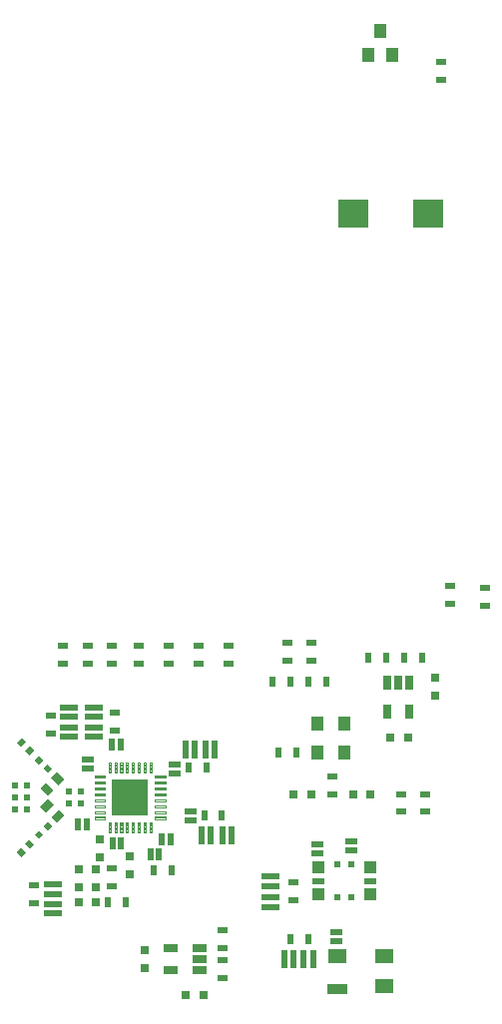
<source format=gbr>
G04 EAGLE Gerber RS-274X export*
G75*
%MOMM*%
%FSLAX34Y34*%
%LPD*%
%INSolderpaste Top*%
%IPPOS*%
%AMOC8*
5,1,8,0,0,1.08239X$1,22.5*%
G01*
%ADD10R,0.800000X0.800000*%
%ADD11R,0.500000X0.500000*%
%ADD12R,0.500000X0.500000*%
%ADD13R,2.600000X2.400000*%
%ADD14R,1.100000X1.300000*%
%ADD15R,1.000000X1.200000*%
%ADD16R,0.500000X0.600000*%
%ADD17R,0.700000X0.900000*%
%ADD18R,0.900000X0.600000*%
%ADD19R,0.600000X0.900000*%
%ADD20C,0.120000*%
%ADD21R,3.100000X3.100000*%
%ADD22R,0.700000X1.150000*%
%ADD23R,1.150000X0.700000*%
%ADD24R,0.500000X1.500000*%
%ADD25R,1.000000X0.500000*%
%ADD26R,1.500000X0.500000*%
%ADD27R,0.500000X1.000000*%
%ADD28R,1.000000X1.000000*%
%ADD29R,1.000000X0.600000*%
%ADD30R,0.600000X0.500000*%
%ADD31R,1.600000X1.300000*%
%ADD32R,1.676400X0.812800*%


D10*
X160020Y127120D03*
X160020Y142120D03*
X389516Y180594D03*
X374516Y180594D03*
X338970Y180340D03*
X323970Y180340D03*
X155956Y116466D03*
X155956Y101466D03*
D11*
X97710Y187960D03*
X87710Y187960D03*
X97710Y177800D03*
X87710Y177800D03*
D12*
G36*
X115296Y205739D02*
X118831Y202204D01*
X115296Y198669D01*
X111761Y202204D01*
X115296Y205739D01*
G37*
G36*
X108224Y212811D02*
X111759Y209276D01*
X108224Y205741D01*
X104689Y209276D01*
X108224Y212811D01*
G37*
D10*
X198120Y33140D03*
X198120Y48140D03*
X185166Y127388D03*
X185166Y112388D03*
X444500Y279280D03*
X444500Y264280D03*
D13*
X438400Y673100D03*
X374400Y673100D03*
D10*
X421520Y228600D03*
X406520Y228600D03*
D12*
G36*
X111761Y153396D02*
X115296Y156931D01*
X118831Y153396D01*
X115296Y149861D01*
X111761Y153396D01*
G37*
G36*
X104689Y146324D02*
X108224Y149859D01*
X111759Y146324D01*
X108224Y142789D01*
X104689Y146324D01*
G37*
D11*
X97710Y167640D03*
X87710Y167640D03*
D10*
X247530Y10160D03*
X232530Y10160D03*
D14*
X367100Y240030D03*
X344100Y240030D03*
D15*
X397510Y827880D03*
X387510Y807880D03*
X407510Y807880D03*
D16*
G36*
X96167Y138509D02*
X99703Y142045D01*
X103945Y137803D01*
X100409Y134267D01*
X96167Y138509D01*
G37*
G36*
X89095Y131437D02*
X92631Y134973D01*
X96873Y130731D01*
X93337Y127195D01*
X89095Y131437D01*
G37*
D17*
G36*
X120440Y183927D02*
X115491Y178978D01*
X109128Y185341D01*
X114077Y190290D01*
X120440Y183927D01*
G37*
G36*
X129632Y193119D02*
X124683Y188170D01*
X118320Y194533D01*
X123269Y199482D01*
X129632Y193119D01*
G37*
G36*
X124683Y167430D02*
X129632Y162481D01*
X123269Y156118D01*
X118320Y161067D01*
X124683Y167430D01*
G37*
G36*
X115491Y176622D02*
X120440Y171673D01*
X114077Y165310D01*
X109128Y170259D01*
X115491Y176622D01*
G37*
D16*
G36*
X100409Y221333D02*
X103945Y217797D01*
X99703Y213555D01*
X96167Y217091D01*
X100409Y221333D01*
G37*
G36*
X93337Y228405D02*
X96873Y224869D01*
X92631Y220627D01*
X89095Y224163D01*
X93337Y228405D01*
G37*
D10*
X141598Y89154D03*
X156598Y89154D03*
D18*
X339090Y293490D03*
X339090Y308490D03*
X269240Y305950D03*
X269240Y290950D03*
X243840Y290950D03*
X243840Y305950D03*
X218440Y290950D03*
X218440Y305950D03*
X193040Y290950D03*
X193040Y305950D03*
X170180Y290950D03*
X170180Y305950D03*
X149860Y290950D03*
X149860Y305950D03*
X128270Y290950D03*
X128270Y305950D03*
X170180Y102482D03*
X170180Y117482D03*
D19*
X432950Y295910D03*
X417950Y295910D03*
D16*
X143430Y182880D03*
X133430Y182880D03*
D18*
X263906Y49650D03*
X263906Y64650D03*
D19*
X402470Y295910D03*
X387470Y295910D03*
D16*
X143430Y172720D03*
X133430Y172720D03*
D18*
X263652Y24758D03*
X263652Y39758D03*
D10*
X141986Y116466D03*
X141986Y101466D03*
D19*
X166490Y88900D03*
X181490Y88900D03*
D18*
X415290Y180474D03*
X415290Y165474D03*
D19*
X351670Y275590D03*
X336670Y275590D03*
D18*
X318770Y293490D03*
X318770Y308490D03*
D19*
X321190Y275590D03*
X306190Y275590D03*
D18*
X356870Y180460D03*
X356870Y195460D03*
D20*
X206520Y161200D02*
X206520Y159400D01*
X206520Y161200D02*
X215320Y161200D01*
X215320Y159400D01*
X206520Y159400D01*
X206520Y160540D02*
X215320Y160540D01*
X168820Y147900D02*
X167020Y147900D01*
X167020Y156700D01*
X168820Y156700D01*
X168820Y147900D01*
X168820Y149040D02*
X167020Y149040D01*
X167020Y150180D02*
X168820Y150180D01*
X168820Y151320D02*
X167020Y151320D01*
X167020Y152460D02*
X168820Y152460D01*
X168820Y153600D02*
X167020Y153600D01*
X167020Y154740D02*
X168820Y154740D01*
X168820Y155880D02*
X167020Y155880D01*
X155520Y194400D02*
X155520Y196200D01*
X164320Y196200D01*
X164320Y194400D01*
X155520Y194400D01*
X155520Y195540D02*
X164320Y195540D01*
X167020Y198900D02*
X168820Y198900D01*
X167020Y198900D02*
X167020Y207700D01*
X168820Y207700D01*
X168820Y198900D01*
X168820Y200040D02*
X167020Y200040D01*
X167020Y201180D02*
X168820Y201180D01*
X168820Y202320D02*
X167020Y202320D01*
X167020Y203460D02*
X168820Y203460D01*
X168820Y204600D02*
X167020Y204600D01*
X167020Y205740D02*
X168820Y205740D01*
X168820Y206880D02*
X167020Y206880D01*
X155520Y191200D02*
X155520Y189400D01*
X155520Y191200D02*
X164320Y191200D01*
X164320Y189400D01*
X155520Y189400D01*
X155520Y190540D02*
X164320Y190540D01*
X155520Y186200D02*
X155520Y184400D01*
X155520Y186200D02*
X164320Y186200D01*
X164320Y184400D01*
X155520Y184400D01*
X155520Y185540D02*
X164320Y185540D01*
X155520Y181200D02*
X155520Y179400D01*
X155520Y181200D02*
X164320Y181200D01*
X164320Y179400D01*
X155520Y179400D01*
X155520Y180540D02*
X164320Y180540D01*
X155520Y176200D02*
X155520Y174400D01*
X155520Y176200D02*
X164320Y176200D01*
X164320Y174400D01*
X155520Y174400D01*
X155520Y175540D02*
X164320Y175540D01*
X155520Y171200D02*
X155520Y169400D01*
X155520Y171200D02*
X164320Y171200D01*
X164320Y169400D01*
X155520Y169400D01*
X155520Y170540D02*
X164320Y170540D01*
X155520Y166200D02*
X155520Y164400D01*
X155520Y166200D02*
X164320Y166200D01*
X164320Y164400D01*
X155520Y164400D01*
X155520Y165540D02*
X164320Y165540D01*
X155520Y161200D02*
X155520Y159400D01*
X155520Y161200D02*
X164320Y161200D01*
X164320Y159400D01*
X155520Y159400D01*
X155520Y160540D02*
X164320Y160540D01*
X177020Y147900D02*
X178820Y147900D01*
X177020Y147900D02*
X177020Y156700D01*
X178820Y156700D01*
X178820Y147900D01*
X178820Y149040D02*
X177020Y149040D01*
X177020Y150180D02*
X178820Y150180D01*
X178820Y151320D02*
X177020Y151320D01*
X177020Y152460D02*
X178820Y152460D01*
X178820Y153600D02*
X177020Y153600D01*
X177020Y154740D02*
X178820Y154740D01*
X178820Y155880D02*
X177020Y155880D01*
X173820Y147900D02*
X172020Y147900D01*
X172020Y156700D01*
X173820Y156700D01*
X173820Y147900D01*
X173820Y149040D02*
X172020Y149040D01*
X172020Y150180D02*
X173820Y150180D01*
X173820Y151320D02*
X172020Y151320D01*
X172020Y152460D02*
X173820Y152460D01*
X173820Y153600D02*
X172020Y153600D01*
X172020Y154740D02*
X173820Y154740D01*
X173820Y155880D02*
X172020Y155880D01*
X182020Y147900D02*
X183820Y147900D01*
X182020Y147900D02*
X182020Y156700D01*
X183820Y156700D01*
X183820Y147900D01*
X183820Y149040D02*
X182020Y149040D01*
X182020Y150180D02*
X183820Y150180D01*
X183820Y151320D02*
X182020Y151320D01*
X182020Y152460D02*
X183820Y152460D01*
X183820Y153600D02*
X182020Y153600D01*
X182020Y154740D02*
X183820Y154740D01*
X183820Y155880D02*
X182020Y155880D01*
X187020Y147900D02*
X188820Y147900D01*
X187020Y147900D02*
X187020Y156700D01*
X188820Y156700D01*
X188820Y147900D01*
X188820Y149040D02*
X187020Y149040D01*
X187020Y150180D02*
X188820Y150180D01*
X188820Y151320D02*
X187020Y151320D01*
X187020Y152460D02*
X188820Y152460D01*
X188820Y153600D02*
X187020Y153600D01*
X187020Y154740D02*
X188820Y154740D01*
X188820Y155880D02*
X187020Y155880D01*
X192020Y147900D02*
X193820Y147900D01*
X192020Y147900D02*
X192020Y156700D01*
X193820Y156700D01*
X193820Y147900D01*
X193820Y149040D02*
X192020Y149040D01*
X192020Y150180D02*
X193820Y150180D01*
X193820Y151320D02*
X192020Y151320D01*
X192020Y152460D02*
X193820Y152460D01*
X193820Y153600D02*
X192020Y153600D01*
X192020Y154740D02*
X193820Y154740D01*
X193820Y155880D02*
X192020Y155880D01*
X197020Y147900D02*
X198820Y147900D01*
X197020Y147900D02*
X197020Y156700D01*
X198820Y156700D01*
X198820Y147900D01*
X198820Y149040D02*
X197020Y149040D01*
X197020Y150180D02*
X198820Y150180D01*
X198820Y151320D02*
X197020Y151320D01*
X197020Y152460D02*
X198820Y152460D01*
X198820Y153600D02*
X197020Y153600D01*
X197020Y154740D02*
X198820Y154740D01*
X198820Y155880D02*
X197020Y155880D01*
X202020Y147900D02*
X203820Y147900D01*
X202020Y147900D02*
X202020Y156700D01*
X203820Y156700D01*
X203820Y147900D01*
X203820Y149040D02*
X202020Y149040D01*
X202020Y150180D02*
X203820Y150180D01*
X203820Y151320D02*
X202020Y151320D01*
X202020Y152460D02*
X203820Y152460D01*
X203820Y153600D02*
X202020Y153600D01*
X202020Y154740D02*
X203820Y154740D01*
X203820Y155880D02*
X202020Y155880D01*
X173820Y198900D02*
X172020Y198900D01*
X172020Y207700D01*
X173820Y207700D01*
X173820Y198900D01*
X173820Y200040D02*
X172020Y200040D01*
X172020Y201180D02*
X173820Y201180D01*
X173820Y202320D02*
X172020Y202320D01*
X172020Y203460D02*
X173820Y203460D01*
X173820Y204600D02*
X172020Y204600D01*
X172020Y205740D02*
X173820Y205740D01*
X173820Y206880D02*
X172020Y206880D01*
X177020Y198900D02*
X178820Y198900D01*
X177020Y198900D02*
X177020Y207700D01*
X178820Y207700D01*
X178820Y198900D01*
X178820Y200040D02*
X177020Y200040D01*
X177020Y201180D02*
X178820Y201180D01*
X178820Y202320D02*
X177020Y202320D01*
X177020Y203460D02*
X178820Y203460D01*
X178820Y204600D02*
X177020Y204600D01*
X177020Y205740D02*
X178820Y205740D01*
X178820Y206880D02*
X177020Y206880D01*
X182020Y198900D02*
X183820Y198900D01*
X182020Y198900D02*
X182020Y207700D01*
X183820Y207700D01*
X183820Y198900D01*
X183820Y200040D02*
X182020Y200040D01*
X182020Y201180D02*
X183820Y201180D01*
X183820Y202320D02*
X182020Y202320D01*
X182020Y203460D02*
X183820Y203460D01*
X183820Y204600D02*
X182020Y204600D01*
X182020Y205740D02*
X183820Y205740D01*
X183820Y206880D02*
X182020Y206880D01*
X187020Y198900D02*
X188820Y198900D01*
X187020Y198900D02*
X187020Y207700D01*
X188820Y207700D01*
X188820Y198900D01*
X188820Y200040D02*
X187020Y200040D01*
X187020Y201180D02*
X188820Y201180D01*
X188820Y202320D02*
X187020Y202320D01*
X187020Y203460D02*
X188820Y203460D01*
X188820Y204600D02*
X187020Y204600D01*
X187020Y205740D02*
X188820Y205740D01*
X188820Y206880D02*
X187020Y206880D01*
X192020Y198900D02*
X193820Y198900D01*
X192020Y198900D02*
X192020Y207700D01*
X193820Y207700D01*
X193820Y198900D01*
X193820Y200040D02*
X192020Y200040D01*
X192020Y201180D02*
X193820Y201180D01*
X193820Y202320D02*
X192020Y202320D01*
X192020Y203460D02*
X193820Y203460D01*
X193820Y204600D02*
X192020Y204600D01*
X192020Y205740D02*
X193820Y205740D01*
X193820Y206880D02*
X192020Y206880D01*
X197020Y198900D02*
X198820Y198900D01*
X197020Y198900D02*
X197020Y207700D01*
X198820Y207700D01*
X198820Y198900D01*
X198820Y200040D02*
X197020Y200040D01*
X197020Y201180D02*
X198820Y201180D01*
X198820Y202320D02*
X197020Y202320D01*
X197020Y203460D02*
X198820Y203460D01*
X198820Y204600D02*
X197020Y204600D01*
X197020Y205740D02*
X198820Y205740D01*
X198820Y206880D02*
X197020Y206880D01*
X202020Y198900D02*
X203820Y198900D01*
X202020Y198900D02*
X202020Y207700D01*
X203820Y207700D01*
X203820Y198900D01*
X203820Y200040D02*
X202020Y200040D01*
X202020Y201180D02*
X203820Y201180D01*
X203820Y202320D02*
X202020Y202320D01*
X202020Y203460D02*
X203820Y203460D01*
X203820Y204600D02*
X202020Y204600D01*
X202020Y205740D02*
X203820Y205740D01*
X203820Y206880D02*
X202020Y206880D01*
X206520Y166200D02*
X206520Y164400D01*
X206520Y166200D02*
X215320Y166200D01*
X215320Y164400D01*
X206520Y164400D01*
X206520Y165540D02*
X215320Y165540D01*
X206520Y169400D02*
X206520Y171200D01*
X215320Y171200D01*
X215320Y169400D01*
X206520Y169400D01*
X206520Y170540D02*
X215320Y170540D01*
X206520Y174400D02*
X206520Y176200D01*
X215320Y176200D01*
X215320Y174400D01*
X206520Y174400D01*
X206520Y175540D02*
X215320Y175540D01*
X206520Y179400D02*
X206520Y181200D01*
X215320Y181200D01*
X215320Y179400D01*
X206520Y179400D01*
X206520Y180540D02*
X215320Y180540D01*
X206520Y184400D02*
X206520Y186200D01*
X215320Y186200D01*
X215320Y184400D01*
X206520Y184400D01*
X206520Y185540D02*
X215320Y185540D01*
X206520Y189400D02*
X206520Y191200D01*
X215320Y191200D01*
X215320Y189400D01*
X206520Y189400D01*
X206520Y190540D02*
X215320Y190540D01*
X206520Y194400D02*
X206520Y196200D01*
X215320Y196200D01*
X215320Y194400D01*
X206520Y194400D01*
X206520Y195540D02*
X215320Y195540D01*
D21*
X185420Y177800D03*
D22*
X422250Y250640D03*
X403250Y250640D03*
X403250Y275140D03*
X412750Y275140D03*
X422250Y275140D03*
D23*
X220160Y31140D03*
X220160Y50140D03*
X244660Y50140D03*
X244660Y40640D03*
X244660Y31140D03*
D19*
X220860Y115570D03*
X205860Y115570D03*
D14*
X367100Y215900D03*
X344100Y215900D03*
D19*
X326270Y215900D03*
X311270Y215900D03*
X250324Y202692D03*
X235324Y202692D03*
D24*
X257492Y218694D03*
X249492Y218694D03*
X232220Y218694D03*
X240220Y218694D03*
D25*
X223520Y198330D03*
X223520Y205530D03*
D18*
X172212Y249562D03*
X172212Y234562D03*
D26*
X154686Y254190D03*
X154686Y246190D03*
X154686Y228918D03*
X154686Y236918D03*
D27*
X177336Y222758D03*
X170136Y222758D03*
D18*
X117856Y246768D03*
X117856Y231768D03*
D26*
X133350Y253936D03*
X133350Y245936D03*
X133350Y229172D03*
X133350Y237172D03*
D25*
X149606Y202394D03*
X149606Y209594D03*
D19*
X263278Y162306D03*
X248278Y162306D03*
D24*
X271462Y145288D03*
X263462Y145288D03*
X245682Y145542D03*
X253682Y145542D03*
D25*
X236982Y165398D03*
X236982Y158198D03*
D18*
X103632Y87750D03*
X103632Y102750D03*
D26*
X119634Y79312D03*
X119634Y87312D03*
X119888Y103822D03*
X119888Y95822D03*
D27*
X148380Y154940D03*
X141180Y154940D03*
D28*
X344780Y95180D03*
X344780Y118180D03*
X389280Y118180D03*
X389280Y95180D03*
D29*
X344780Y106680D03*
X389280Y106680D03*
D30*
X361030Y92680D03*
X373030Y92680D03*
X361030Y120680D03*
X373030Y120680D03*
D26*
X304800Y84900D03*
X304800Y92900D03*
X304800Y110680D03*
X304800Y102680D03*
D25*
X344678Y130512D03*
X344678Y137712D03*
D18*
X323850Y105290D03*
X323850Y90290D03*
D25*
X372872Y133052D03*
X372872Y140252D03*
D18*
X457200Y341750D03*
X457200Y356750D03*
X486410Y340480D03*
X486410Y355480D03*
X449580Y801250D03*
X449580Y786250D03*
D27*
X212300Y142494D03*
X219500Y142494D03*
X177590Y138430D03*
X170390Y138430D03*
X202648Y129286D03*
X209848Y129286D03*
D18*
X435610Y180474D03*
X435610Y165474D03*
D31*
X361000Y42980D03*
X401000Y42980D03*
X401000Y17980D03*
D32*
X361000Y15480D03*
D24*
X316040Y40640D03*
X324040Y40640D03*
X340550Y40640D03*
X332550Y40640D03*
D25*
X360680Y56090D03*
X360680Y63290D03*
D19*
X336430Y57150D03*
X321430Y57150D03*
M02*

</source>
